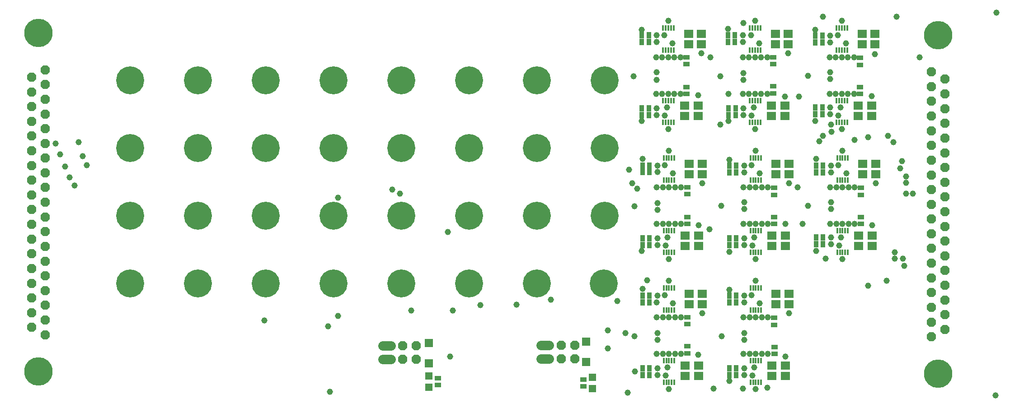
<source format=gts>
G75*
%MOIN*%
%OFA0B0*%
%FSLAX25Y25*%
%IPPOS*%
%LPD*%
%AMOC8*
5,1,8,0,0,1.08239X$1,22.5*
%
%ADD10R,0.06890X0.06102*%
%ADD11C,0.06984*%
%ADD12C,0.20669*%
%ADD13R,0.01575X0.04331*%
%ADD14OC8,0.06984*%
%ADD15C,0.20984*%
%ADD16R,0.03740X0.04528*%
%ADD17R,0.06496X0.06496*%
%ADD18R,0.04528X0.03740*%
%ADD19R,0.05709X0.05709*%
%ADD20C,0.04559*%
D10*
X0608095Y0019310D03*
X0618095Y0019310D03*
X0618095Y0026790D03*
X0608095Y0026790D03*
X0672095Y0026790D03*
X0682095Y0026790D03*
X0682095Y0019310D03*
X0672095Y0019310D03*
X0675095Y0072310D03*
X0684595Y0072310D03*
X0684595Y0079790D03*
X0675095Y0079790D03*
X0620595Y0079790D03*
X0611095Y0079790D03*
X0611095Y0072310D03*
X0620595Y0072310D03*
X0618095Y0115310D03*
X0608095Y0115310D03*
X0608095Y0122790D03*
X0618095Y0122790D03*
X0672095Y0122790D03*
X0682095Y0122790D03*
X0682095Y0115310D03*
X0672095Y0115310D03*
X0736095Y0115310D03*
X0746095Y0115310D03*
X0746095Y0122790D03*
X0736095Y0122790D03*
X0739095Y0168310D03*
X0748595Y0168310D03*
X0748595Y0175790D03*
X0739095Y0175790D03*
X0684595Y0175790D03*
X0675095Y0175790D03*
X0675095Y0168310D03*
X0684595Y0168310D03*
X0620595Y0168310D03*
X0611095Y0168310D03*
X0611095Y0175790D03*
X0620595Y0175790D03*
X0617595Y0211310D03*
X0607595Y0211310D03*
X0607595Y0218790D03*
X0617595Y0218790D03*
X0671595Y0218790D03*
X0681595Y0218790D03*
X0681595Y0211310D03*
X0671595Y0211310D03*
X0735595Y0211310D03*
X0745595Y0211310D03*
X0745595Y0218790D03*
X0735595Y0218790D03*
X0738595Y0264310D03*
X0748095Y0264310D03*
X0748095Y0271790D03*
X0738595Y0271790D03*
X0684095Y0271790D03*
X0674595Y0271790D03*
X0674595Y0264310D03*
X0684095Y0264310D03*
X0620095Y0264310D03*
X0610595Y0264310D03*
X0610595Y0271790D03*
X0620095Y0271790D03*
D11*
X0507595Y0042050D02*
X0501595Y0042050D01*
X0501595Y0032050D02*
X0507595Y0032050D01*
X0391095Y0031550D02*
X0385095Y0031550D01*
X0385095Y0041550D02*
X0391095Y0041550D01*
D12*
X0398595Y0087550D03*
X0348595Y0087550D03*
X0298595Y0087550D03*
X0248595Y0087550D03*
X0198595Y0087550D03*
X0198595Y0137550D03*
X0248595Y0137550D03*
X0298595Y0137550D03*
X0348595Y0137550D03*
X0398595Y0137550D03*
X0448595Y0137550D03*
X0498595Y0137550D03*
X0548595Y0137550D03*
X0548095Y0087550D03*
X0498595Y0087550D03*
X0448595Y0087550D03*
X0448595Y0187550D03*
X0498595Y0187550D03*
X0548595Y0187550D03*
X0548595Y0237550D03*
X0498595Y0237550D03*
X0448595Y0237550D03*
X0398595Y0237550D03*
X0348595Y0237550D03*
X0298595Y0237550D03*
X0248595Y0237550D03*
X0198595Y0237550D03*
X0198595Y0187550D03*
X0248595Y0187550D03*
X0298595Y0187550D03*
X0348595Y0187550D03*
X0398595Y0187550D03*
D13*
X0592158Y0180121D03*
X0594127Y0180121D03*
X0596095Y0180121D03*
X0598064Y0180121D03*
X0600032Y0180121D03*
X0600032Y0163979D03*
X0598064Y0163979D03*
X0596095Y0163979D03*
X0594127Y0163979D03*
X0592158Y0163979D03*
X0656158Y0163979D03*
X0658127Y0163979D03*
X0660095Y0163979D03*
X0662064Y0163979D03*
X0664032Y0163979D03*
X0664032Y0180121D03*
X0662064Y0180121D03*
X0660095Y0180121D03*
X0658127Y0180121D03*
X0656158Y0180121D03*
X0720158Y0180121D03*
X0722127Y0180121D03*
X0724095Y0180121D03*
X0726064Y0180121D03*
X0728032Y0180121D03*
X0728032Y0163979D03*
X0726064Y0163979D03*
X0724095Y0163979D03*
X0722127Y0163979D03*
X0720158Y0163979D03*
X0720158Y0126621D03*
X0722127Y0126621D03*
X0724095Y0126621D03*
X0726064Y0126621D03*
X0728032Y0126621D03*
X0728032Y0110479D03*
X0726064Y0110479D03*
X0724095Y0110479D03*
X0722127Y0110479D03*
X0720158Y0110479D03*
X0664032Y0110479D03*
X0662064Y0110479D03*
X0660095Y0110479D03*
X0658127Y0110479D03*
X0656158Y0110479D03*
X0656158Y0126621D03*
X0658127Y0126621D03*
X0660095Y0126621D03*
X0662064Y0126621D03*
X0664032Y0126621D03*
X0600032Y0126621D03*
X0598064Y0126621D03*
X0596095Y0126621D03*
X0594127Y0126621D03*
X0592158Y0126621D03*
X0592158Y0110479D03*
X0594127Y0110479D03*
X0596095Y0110479D03*
X0598064Y0110479D03*
X0600032Y0110479D03*
X0600032Y0084121D03*
X0598064Y0084121D03*
X0596095Y0084121D03*
X0594127Y0084121D03*
X0592158Y0084121D03*
X0592158Y0067979D03*
X0594127Y0067979D03*
X0596095Y0067979D03*
X0598064Y0067979D03*
X0600032Y0067979D03*
X0656158Y0067979D03*
X0658127Y0067979D03*
X0660095Y0067979D03*
X0662064Y0067979D03*
X0664032Y0067979D03*
X0664032Y0084121D03*
X0662064Y0084121D03*
X0660095Y0084121D03*
X0658127Y0084121D03*
X0656158Y0084121D03*
X0656158Y0030621D03*
X0658127Y0030621D03*
X0660095Y0030621D03*
X0662064Y0030621D03*
X0664032Y0030621D03*
X0664032Y0014479D03*
X0662064Y0014479D03*
X0660095Y0014479D03*
X0658127Y0014479D03*
X0656158Y0014479D03*
X0600032Y0014479D03*
X0598064Y0014479D03*
X0596095Y0014479D03*
X0594127Y0014479D03*
X0592158Y0014479D03*
X0592158Y0030621D03*
X0594127Y0030621D03*
X0596095Y0030621D03*
X0598064Y0030621D03*
X0600032Y0030621D03*
X0599532Y0206479D03*
X0597564Y0206479D03*
X0595595Y0206479D03*
X0593627Y0206479D03*
X0591658Y0206479D03*
X0591658Y0222621D03*
X0593627Y0222621D03*
X0595595Y0222621D03*
X0597564Y0222621D03*
X0599532Y0222621D03*
X0655658Y0222621D03*
X0657627Y0222621D03*
X0659595Y0222621D03*
X0661564Y0222621D03*
X0663532Y0222621D03*
X0663532Y0206479D03*
X0661564Y0206479D03*
X0659595Y0206479D03*
X0657627Y0206479D03*
X0655658Y0206479D03*
X0719658Y0206479D03*
X0721627Y0206479D03*
X0723595Y0206479D03*
X0725564Y0206479D03*
X0727532Y0206479D03*
X0727532Y0222621D03*
X0725564Y0222621D03*
X0723595Y0222621D03*
X0721627Y0222621D03*
X0719658Y0222621D03*
X0719658Y0259979D03*
X0721627Y0259979D03*
X0723595Y0259979D03*
X0725564Y0259979D03*
X0727532Y0259979D03*
X0727532Y0276121D03*
X0725564Y0276121D03*
X0723595Y0276121D03*
X0721627Y0276121D03*
X0719658Y0276121D03*
X0663532Y0276121D03*
X0661564Y0276121D03*
X0659595Y0276121D03*
X0657627Y0276121D03*
X0655658Y0276121D03*
X0655658Y0259979D03*
X0657627Y0259979D03*
X0659595Y0259979D03*
X0661564Y0259979D03*
X0663532Y0259979D03*
X0599532Y0259979D03*
X0597564Y0259979D03*
X0595595Y0259979D03*
X0593627Y0259979D03*
X0591658Y0259979D03*
X0591658Y0276121D03*
X0593627Y0276121D03*
X0595595Y0276121D03*
X0597564Y0276121D03*
X0599532Y0276121D03*
D14*
X0789595Y0243850D03*
X0799595Y0238450D03*
X0789595Y0232950D03*
X0799595Y0227550D03*
X0789595Y0222150D03*
X0799595Y0216650D03*
X0789595Y0211250D03*
X0799595Y0205850D03*
X0789595Y0200350D03*
X0799595Y0194950D03*
X0789595Y0189550D03*
X0799595Y0184050D03*
X0789595Y0178650D03*
X0799595Y0173250D03*
X0789595Y0167750D03*
X0799595Y0162350D03*
X0789595Y0156950D03*
X0799595Y0151450D03*
X0789595Y0146050D03*
X0799595Y0140650D03*
X0789595Y0135150D03*
X0799595Y0129750D03*
X0789595Y0124350D03*
X0799595Y0118850D03*
X0789595Y0113450D03*
X0799595Y0108050D03*
X0789595Y0102550D03*
X0799595Y0097150D03*
X0789595Y0091650D03*
X0799595Y0086250D03*
X0789595Y0080850D03*
X0799595Y0075350D03*
X0789595Y0069950D03*
X0799595Y0064550D03*
X0789595Y0059050D03*
X0799595Y0053650D03*
X0789595Y0048250D03*
X0526595Y0042050D03*
X0516595Y0042050D03*
X0516595Y0032050D03*
X0526595Y0032050D03*
X0409595Y0031550D03*
X0399595Y0031550D03*
X0399595Y0041550D03*
X0409595Y0041550D03*
X0136095Y0049750D03*
X0126095Y0055150D03*
X0136095Y0060650D03*
X0126095Y0066050D03*
X0136095Y0071450D03*
X0126095Y0076950D03*
X0136095Y0082350D03*
X0126095Y0087750D03*
X0136095Y0093250D03*
X0126095Y0098650D03*
X0136095Y0104050D03*
X0126095Y0109550D03*
X0136095Y0114950D03*
X0126095Y0120350D03*
X0136095Y0125850D03*
X0126095Y0131250D03*
X0136095Y0136650D03*
X0126095Y0142150D03*
X0136095Y0147550D03*
X0126095Y0152950D03*
X0136095Y0158450D03*
X0126095Y0163850D03*
X0136095Y0169250D03*
X0126095Y0174750D03*
X0136095Y0180150D03*
X0126095Y0185650D03*
X0136095Y0191050D03*
X0126095Y0196450D03*
X0136095Y0201950D03*
X0126095Y0207350D03*
X0136095Y0212750D03*
X0126095Y0218250D03*
X0136095Y0223650D03*
X0126095Y0229050D03*
X0136095Y0234550D03*
X0126095Y0239950D03*
X0136095Y0245350D03*
D15*
X0131095Y0022550D03*
X0131095Y0272550D03*
X0794595Y0271050D03*
X0794595Y0021050D03*
D16*
X0645654Y0020050D03*
X0640536Y0020050D03*
X0640536Y0025050D03*
X0645654Y0025050D03*
X0581654Y0025050D03*
X0576536Y0025050D03*
X0576536Y0020050D03*
X0581654Y0020050D03*
X0581654Y0073550D03*
X0581654Y0078550D03*
X0576536Y0078550D03*
X0576536Y0073550D03*
X0640536Y0073550D03*
X0640536Y0078550D03*
X0645654Y0078550D03*
X0645654Y0073550D03*
X0645654Y0116050D03*
X0645654Y0121050D03*
X0640536Y0121050D03*
X0640536Y0116050D03*
X0581654Y0116050D03*
X0581654Y0121050D03*
X0576536Y0121050D03*
X0576536Y0116050D03*
X0576536Y0170050D03*
X0581654Y0170050D03*
X0581654Y0174550D03*
X0576536Y0174550D03*
X0640536Y0174550D03*
X0645654Y0174550D03*
X0645654Y0169550D03*
X0640536Y0169550D03*
X0704536Y0169550D03*
X0709654Y0169550D03*
X0709654Y0174550D03*
X0704536Y0174550D03*
X0704036Y0212550D03*
X0704036Y0217550D03*
X0709154Y0217550D03*
X0709154Y0212550D03*
X0645154Y0212050D03*
X0645154Y0217050D03*
X0640036Y0217050D03*
X0640036Y0212050D03*
X0581154Y0212050D03*
X0581154Y0217050D03*
X0576036Y0217050D03*
X0576036Y0212050D03*
X0576036Y0266050D03*
X0581154Y0266050D03*
X0581154Y0271050D03*
X0576036Y0271050D03*
X0639536Y0271050D03*
X0644654Y0271050D03*
X0644654Y0266050D03*
X0639536Y0266050D03*
X0704036Y0265550D03*
X0704036Y0270550D03*
X0709154Y0270550D03*
X0709154Y0265550D03*
X0709654Y0121550D03*
X0704536Y0121550D03*
X0704536Y0116550D03*
X0709654Y0116550D03*
D17*
X0535095Y0044530D03*
X0535095Y0029570D03*
X0419095Y0028570D03*
X0419095Y0043530D03*
D18*
X0425595Y0017609D03*
X0425595Y0012491D03*
X0533095Y0011491D03*
X0533095Y0016609D03*
X0609595Y0035991D03*
X0609595Y0041109D03*
X0609595Y0057491D03*
X0609595Y0062609D03*
X0673595Y0062109D03*
X0673595Y0056991D03*
X0674095Y0040609D03*
X0674095Y0035491D03*
X0673595Y0131491D03*
X0673595Y0136609D03*
X0673595Y0152991D03*
X0673595Y0158109D03*
X0737595Y0158109D03*
X0737595Y0152991D03*
X0737595Y0136609D03*
X0737595Y0131491D03*
X0609595Y0131491D03*
X0609595Y0136609D03*
X0609595Y0153491D03*
X0609595Y0158609D03*
X0609095Y0227491D03*
X0609095Y0232609D03*
X0609095Y0249491D03*
X0609095Y0254609D03*
X0673095Y0254609D03*
X0673095Y0249491D03*
X0673095Y0233109D03*
X0673095Y0227991D03*
X0737095Y0227491D03*
X0737095Y0232609D03*
X0737095Y0248991D03*
X0737095Y0254109D03*
D19*
X0539595Y0018184D03*
X0539595Y0009916D03*
X0419095Y0010916D03*
X0419095Y0019184D03*
D20*
X0434595Y0033550D03*
X0352095Y0063550D03*
X0344595Y0056050D03*
X0297495Y0060150D03*
X0406095Y0067550D03*
X0436595Y0067550D03*
X0457095Y0071550D03*
X0483595Y0072050D03*
X0509095Y0075550D03*
X0551095Y0053050D03*
X0564095Y0051050D03*
X0570595Y0048550D03*
X0587595Y0046050D03*
X0587595Y0051050D03*
X0587095Y0062550D03*
X0591595Y0062550D03*
X0596095Y0062550D03*
X0600595Y0062550D03*
X0605095Y0062550D03*
X0620595Y0065550D03*
X0599095Y0073050D03*
X0593095Y0079050D03*
X0587595Y0078550D03*
X0587095Y0073550D03*
X0576595Y0083550D03*
X0580095Y0090050D03*
X0596095Y0089550D03*
X0558095Y0074550D03*
X0596095Y0105550D03*
X0576095Y0111550D03*
X0587595Y0116050D03*
X0587595Y0121050D03*
X0595095Y0121550D03*
X0593595Y0115550D03*
X0591595Y0131550D03*
X0587095Y0131550D03*
X0596095Y0131550D03*
X0600595Y0131550D03*
X0605095Y0131550D03*
X0618095Y0130550D03*
X0626095Y0127550D03*
X0651095Y0131550D03*
X0655595Y0131550D03*
X0660095Y0131550D03*
X0664595Y0131550D03*
X0669095Y0131550D03*
X0682095Y0131550D03*
X0694595Y0131550D03*
X0715095Y0131550D03*
X0719595Y0131550D03*
X0724095Y0131550D03*
X0728595Y0131550D03*
X0733095Y0131550D03*
X0746095Y0130550D03*
X0723095Y0121550D03*
X0715595Y0121550D03*
X0715595Y0116550D03*
X0721595Y0115550D03*
X0704595Y0111550D03*
X0711595Y0106050D03*
X0724095Y0105550D03*
X0762595Y0106050D03*
X0762595Y0110550D03*
X0768595Y0106050D03*
X0769595Y0100550D03*
X0756595Y0089550D03*
X0743095Y0086050D03*
X0684595Y0065550D03*
X0669095Y0062550D03*
X0664595Y0062550D03*
X0660095Y0062550D03*
X0655595Y0062550D03*
X0651095Y0062550D03*
X0651595Y0073550D03*
X0651595Y0078550D03*
X0657095Y0079050D03*
X0663095Y0073050D03*
X0640595Y0083050D03*
X0660095Y0089550D03*
X0660095Y0105550D03*
X0657595Y0115550D03*
X0651595Y0116050D03*
X0651595Y0121050D03*
X0659095Y0121550D03*
X0640595Y0111050D03*
X0587595Y0142050D03*
X0587595Y0147050D03*
X0570595Y0144550D03*
X0572595Y0157550D03*
X0569095Y0161550D03*
X0587095Y0158550D03*
X0591595Y0158550D03*
X0596095Y0158550D03*
X0600595Y0158550D03*
X0605095Y0158550D03*
X0620595Y0161550D03*
X0599095Y0169050D03*
X0593095Y0175050D03*
X0587595Y0174550D03*
X0576595Y0179550D03*
X0566595Y0171550D03*
X0587595Y0170050D03*
X0596095Y0185550D03*
X0595595Y0201550D03*
X0593095Y0211550D03*
X0587095Y0212050D03*
X0587095Y0217050D03*
X0594595Y0217550D03*
X0595595Y0227550D03*
X0591095Y0227550D03*
X0586595Y0227550D03*
X0600095Y0227550D03*
X0604595Y0227550D03*
X0617595Y0226550D03*
X0640095Y0227550D03*
X0650595Y0227550D03*
X0655095Y0227550D03*
X0659595Y0227550D03*
X0664095Y0227550D03*
X0668595Y0227550D03*
X0681595Y0225550D03*
X0692095Y0225550D03*
X0714595Y0227550D03*
X0719095Y0227550D03*
X0723595Y0227550D03*
X0728095Y0227550D03*
X0732595Y0227550D03*
X0745595Y0226050D03*
X0722595Y0217550D03*
X0715095Y0217550D03*
X0715095Y0212550D03*
X0721095Y0211550D03*
X0715595Y0205050D03*
X0723595Y0201550D03*
X0716095Y0199550D03*
X0709595Y0196550D03*
X0707095Y0192550D03*
X0724095Y0185550D03*
X0733095Y0193550D03*
X0743095Y0195550D03*
X0757595Y0196550D03*
X0761595Y0192050D03*
X0768095Y0178050D03*
X0766595Y0172550D03*
X0771095Y0166550D03*
X0771095Y0162050D03*
X0771095Y0154050D03*
X0776095Y0154050D03*
X0748595Y0161550D03*
X0733095Y0158550D03*
X0728595Y0158550D03*
X0724095Y0158550D03*
X0719595Y0158550D03*
X0715095Y0158550D03*
X0715595Y0147550D03*
X0715595Y0142550D03*
X0698595Y0145050D03*
X0691095Y0158550D03*
X0684595Y0161550D03*
X0669095Y0158550D03*
X0664595Y0158550D03*
X0660095Y0158550D03*
X0655595Y0158550D03*
X0651095Y0158550D03*
X0651595Y0147550D03*
X0651595Y0142550D03*
X0634595Y0145050D03*
X0651595Y0169550D03*
X0663095Y0169050D03*
X0657095Y0175050D03*
X0651595Y0174550D03*
X0640595Y0179050D03*
X0660095Y0185550D03*
X0659595Y0201550D03*
X0657095Y0211550D03*
X0651095Y0212050D03*
X0651095Y0217050D03*
X0658595Y0217550D03*
X0640095Y0207550D03*
X0634095Y0205050D03*
X0576095Y0207550D03*
X0587095Y0238050D03*
X0587095Y0243550D03*
X0570095Y0240550D03*
X0586595Y0254550D03*
X0591095Y0254550D03*
X0595595Y0254550D03*
X0600095Y0254550D03*
X0604595Y0254550D03*
X0620095Y0257550D03*
X0626595Y0254550D03*
X0650595Y0254550D03*
X0655095Y0254550D03*
X0659595Y0254550D03*
X0664095Y0254550D03*
X0668595Y0254550D03*
X0684095Y0257550D03*
X0662595Y0265050D03*
X0650595Y0266050D03*
X0650595Y0271050D03*
X0656595Y0271050D03*
X0651095Y0280050D03*
X0659595Y0281550D03*
X0639595Y0275550D03*
X0598595Y0265050D03*
X0592595Y0271050D03*
X0587095Y0271050D03*
X0576095Y0275050D03*
X0595595Y0281550D03*
X0587095Y0266050D03*
X0634095Y0240550D03*
X0651095Y0238050D03*
X0651095Y0243050D03*
X0698595Y0241050D03*
X0715095Y0238550D03*
X0715095Y0243550D03*
X0714595Y0254550D03*
X0719095Y0254550D03*
X0723595Y0254550D03*
X0728095Y0254550D03*
X0732595Y0254550D03*
X0748095Y0257050D03*
X0726595Y0265050D03*
X0715095Y0265550D03*
X0715095Y0270550D03*
X0720595Y0271050D03*
X0704095Y0275050D03*
X0709595Y0284550D03*
X0723595Y0281550D03*
X0764095Y0284550D03*
X0781095Y0254550D03*
X0837595Y0287550D03*
X0704095Y0207550D03*
X0704595Y0179550D03*
X0715595Y0174550D03*
X0721095Y0175050D03*
X0715595Y0169550D03*
X0727095Y0169050D03*
X0433095Y0125550D03*
X0397595Y0154050D03*
X0392095Y0157050D03*
X0352095Y0151050D03*
X0166595Y0175050D03*
X0150595Y0174050D03*
X0147095Y0183050D03*
X0163595Y0181550D03*
X0160595Y0192050D03*
X0143595Y0191050D03*
X0154095Y0166050D03*
X0157595Y0160050D03*
X0346095Y0007550D03*
X0551095Y0039550D03*
X0587095Y0035550D03*
X0591595Y0035550D03*
X0596095Y0035550D03*
X0600595Y0035550D03*
X0605095Y0035550D03*
X0617595Y0035050D03*
X0635095Y0048550D03*
X0651595Y0046050D03*
X0651595Y0051050D03*
X0651095Y0035550D03*
X0655595Y0035550D03*
X0660095Y0035550D03*
X0664595Y0035550D03*
X0669095Y0035550D03*
X0682095Y0033550D03*
X0659095Y0025550D03*
X0651595Y0025050D03*
X0651595Y0020050D03*
X0657595Y0019550D03*
X0668595Y0010550D03*
X0660095Y0009550D03*
X0650595Y0010050D03*
X0640595Y0015550D03*
X0629095Y0010050D03*
X0596095Y0009550D03*
X0593595Y0019550D03*
X0587595Y0020050D03*
X0571095Y0022550D03*
X0587595Y0025050D03*
X0595095Y0025550D03*
X0565595Y0007050D03*
X0837095Y0005050D03*
M02*

</source>
